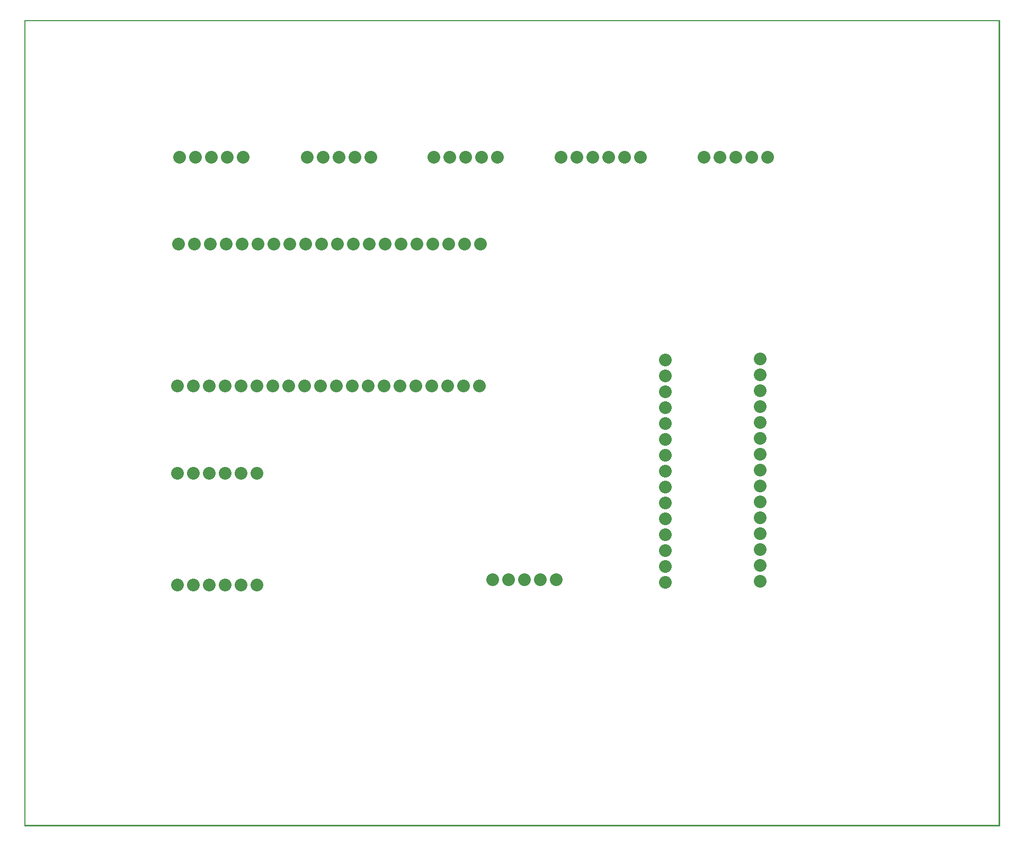
<source format=gbr>
%FSLAX44Y44*%
%OFA0.0000B0.0000*%
%SFA1B1*%
%MOMM*%
%ADD10C,0.0000X0.0000X0.0000*%
%ADD11C,0.2032X0.0000X0.0000*%
%ADD12C,2.0320X0.0000X0.0000*%
%LNTOP*%
%LPD*%
G54D10*
X-1424216Y794816D2*
X-1424216Y-494016D1*
X134516Y794816D2*
X-1424216Y794816D1*
X134516Y-494016D2*
X134516Y794816D1*
X-1424216Y-494016D2*
X134516Y-494016D1*
G54D11*
X-1423200Y793800D2*
X-1423200Y-493000D1*
X133500Y793800D2*
X-1423200Y793800D1*
X133500Y-493000D2*
X133500Y793800D1*
X-1423200Y-493000D2*
X133500Y-493000D1*
G54D12*
X-1074200Y575000D3*
X-1099600Y575000D3*
X-1125000Y575000D3*
X-1150400Y575000D3*
X-1175800Y575000D3*
X-236000Y575000D3*
X-261400Y575000D3*
X-286800Y575000D3*
X-312200Y575000D3*
X-337600Y575000D3*
X-1052900Y69800D3*
X-1078300Y69800D3*
X-1103700Y69800D3*
X-1129100Y69800D3*
X-1154500Y69800D3*
X-1179900Y69800D3*
X-870800Y575000D3*
X-896200Y575000D3*
X-921600Y575000D3*
X-947000Y575000D3*
X-972400Y575000D3*
X-675800Y-100000D3*
X-650400Y-100000D3*
X-625000Y-100000D3*
X-599600Y-100000D3*
X-574200Y-100000D3*
X-667800Y575000D3*
X-693200Y575000D3*
X-718600Y575000D3*
X-744000Y575000D3*
X-769400Y575000D3*
X-1179900Y-108420D3*
X-1154500Y-108420D3*
X-1129100Y-108420D3*
X-1103700Y-108420D3*
X-1078300Y-108420D3*
X-1052900Y-108420D3*
X-439400Y575000D3*
X-464800Y575000D3*
X-490200Y575000D3*
X-515600Y575000D3*
X-541000Y575000D3*
X-566400Y575000D3*
X-400000Y251200D3*
X-400000Y225800D3*
X-400000Y200400D3*
X-400000Y175000D3*
X-400000Y149600D3*
X-400000Y124200D3*
X-400000Y98800D3*
X-400000Y73400D3*
X-400000Y48000D3*
X-400000Y22600D3*
X-400000Y-2800D3*
X-400000Y-28200D3*
X-400000Y-53600D3*
X-400000Y-79000D3*
X-400000Y-104400D3*
X-248070Y-102590D3*
X-248070Y-77190D3*
X-248070Y-51790D3*
X-248070Y-26390D3*
X-248070Y-990D3*
X-248070Y24410D3*
X-248070Y49810D3*
X-248070Y75210D3*
X-248070Y100610D3*
X-248070Y126010D3*
X-248070Y151410D3*
X-248070Y176810D3*
X-248070Y202210D3*
X-248070Y227610D3*
X-248070Y253010D3*
X-1179800Y209600D3*
X-1154400Y209600D3*
X-1129000Y209600D3*
X-1103600Y209600D3*
X-1078200Y209600D3*
X-1052800Y209600D3*
X-1027400Y209600D3*
X-1002000Y209600D3*
X-976600Y209600D3*
X-951200Y209600D3*
X-925800Y209600D3*
X-900400Y209600D3*
X-875000Y209600D3*
X-849600Y209600D3*
X-824200Y209600D3*
X-798800Y209600D3*
X-773400Y209600D3*
X-748000Y209600D3*
X-722600Y209600D3*
X-697200Y209600D3*
X-695200Y436600D3*
X-720600Y436600D3*
X-746000Y436600D3*
X-771400Y436600D3*
X-796800Y436600D3*
X-822200Y436600D3*
X-847600Y436600D3*
X-873000Y436600D3*
X-898400Y436600D3*
X-923800Y436600D3*
X-949200Y436600D3*
X-974600Y436600D3*
X-1000000Y436600D3*
X-1025400Y436600D3*
X-1050800Y436600D3*
X-1076200Y436600D3*
X-1101600Y436600D3*
X-1127000Y436600D3*
X-1152400Y436600D3*
X-1177800Y436600D3*
M02*

</source>
